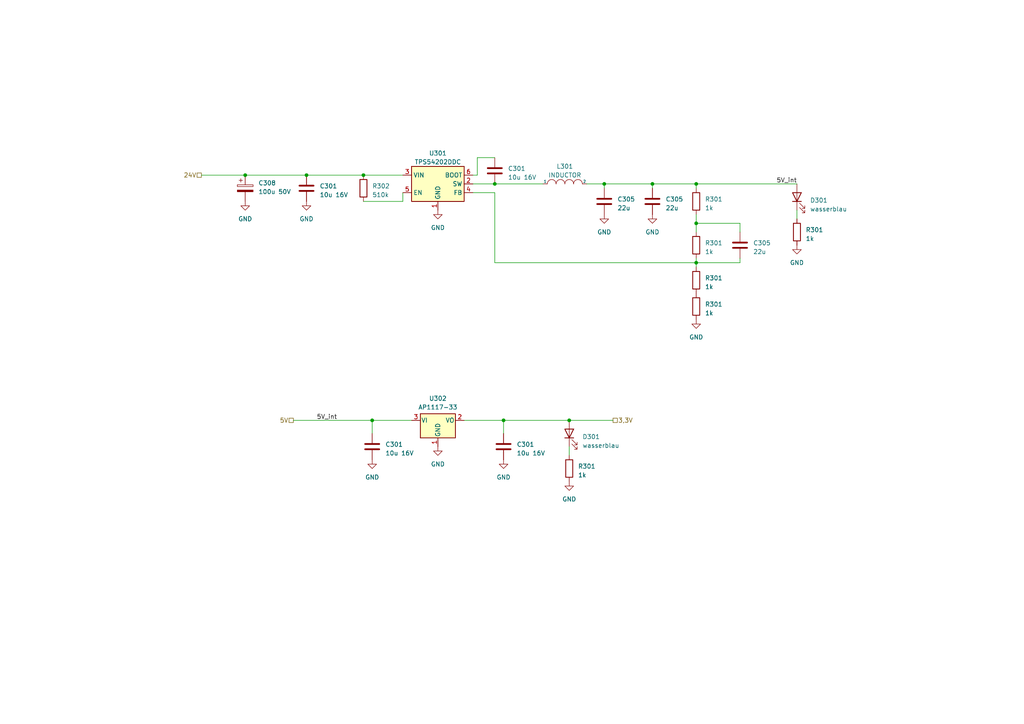
<source format=kicad_sch>
(kicad_sch (version 20220914) (generator eeschema)
  (paper "A4")
  (title_block (title "Stromversorgung der 5V und 3,3V-Komponenten") (date "2023-01-22") (rev "0.1") (company "Institut für theoretischen Igorismus") (comment 1 "Philipp Hörauf") (comment 2 "Sven Schneider"))
  (lib_symbols
    (symbol "Device:C" (pin_numbers hide) (pin_names (offset 0.254))
      (property "Reference" "C" (at 0.635 2.54 0))
      (property "Value" "C" (at 0.635 -2.54 0))
      (symbol "C_0_1"
        (polyline (pts (xy -2.032 -0.762) (xy 2.032 -0.762)) (stroke (width 0.508)))
        (polyline (pts (xy -2.032 0.762) (xy 2.032 0.762)) (stroke (width 0.508)))
      )
      (symbol "C_1_1"
        (pin passive line (at 0 3.81 270) (length 2.794) (name "~") (number "1"))
        (pin passive line (at 0 -3.81 90) (length 2.794) (name "~") (number "2"))
      )
    )
    (symbol "Device:C_Polarized" (pin_numbers hide) (pin_names (offset 0.254))
      (property "Reference" "C" (at 0.635 2.54 0))
      (property "Value" "C_Polarized" (at 0.635 -2.54 0))
      (symbol "C_Polarized_0_1"
        (rectangle (start -2.286 0.508) (end 2.286 1.016))
        (polyline (pts (xy -1.778 2.286) (xy -0.762 2.286)))
        (polyline (pts (xy -1.27 2.794) (xy -1.27 1.778)))
        (rectangle (start 2.286 -0.508) (end -2.286 -1.016) (fill (type outline)))
      )
      (symbol "C_Polarized_1_1"
        (pin passive line (at 0 3.81 270) (length 2.794) (name "~") (number "1"))
        (pin passive line (at 0 -3.81 90) (length 2.794) (name "~") (number "2"))
      )
    )
    (symbol "Device:LED" (pin_numbers hide) (pin_names (offset 1.016) hide)
      (property "Reference" "D" (at 0 2.54 0))
      (property "Value" "LED" (at 0 -2.54 0))
      (symbol "LED_0_1"
        (polyline (pts (xy -1.27 -1.27) (xy -1.27 1.27)) (stroke (width 0.254)))
        (polyline (pts (xy -1.27 0) (xy 1.27 0)))
        (polyline (pts (xy 1.27 -1.27) (xy 1.27 1.27) (xy -1.27 0) (xy 1.27 -1.27)) (stroke (width 0.254)))
        (polyline (pts (xy -3.048 -0.762) (xy -4.572 -2.286) (xy -3.81 -2.286) (xy -4.572 -2.286) (xy -4.572 -1.524)))
        (polyline (pts (xy -1.778 -0.762) (xy -3.302 -2.286) (xy -2.54 -2.286) (xy -3.302 -2.286) (xy -3.302 -1.524)))
      )
      (symbol "LED_1_1"
        (pin passive line (at -3.81 0 0) (length 2.54) (name "K") (number "1"))
        (pin passive line (at 3.81 0 180) (length 2.54) (name "A") (number "2"))
      )
    )
    (symbol "Device:R" (pin_numbers hide) (pin_names (offset 0))
      (property "Reference" "R" (at 2.032 0 90))
      (property "Value" "R" (at 0 0 90))
      (symbol "R_0_1"
        (rectangle (start -1.016 -2.54) (end 1.016 2.54) (stroke (width 0.254)))
      )
      (symbol "R_1_1"
        (pin passive line (at 0 3.81 270) (length 1.27) (name "~") (number "1"))
        (pin passive line (at 0 -3.81 90) (length 1.27) (name "~") (number "2"))
      )
    )
    (symbol "Regulator_Linear:AP1117-33" (pin_names (offset 0.254))
      (property "Reference" "U" (at -3.81 3.175 0))
      (property "Value" "AP1117-33" (at 0 3.175 0))
      (symbol "AP1117-33_0_1"
        (rectangle (start -5.08 -5.08) (end 5.08 1.905) (stroke (width 0.254)) (fill (type background)))
      )
      (symbol "AP1117-33_1_1"
        (pin power_in line (at 0 -7.62 90) (length 2.54) (name "GND") (number "1"))
        (pin power_out line (at 7.62 0 180) (length 2.54) (name "VO") (number "2"))
        (pin power_in line (at -7.62 0 0) (length 2.54) (name "VI") (number "3"))
      )
    )
    (symbol "Regulator_Switching:TPS54202DDC"
      (property "Reference" "U" (at -7.62 6.35 0))
      (property "Value" "TPS54202DDC" (at 0 6.35 0))
      (symbol "TPS54202DDC_0_1"
        (rectangle (start -7.62 5.08) (end 7.62 -5.08) (stroke (width 0.254)) (fill (type background)))
      )
      (symbol "TPS54202DDC_1_1"
        (pin power_in line (at 0 -7.62 90) (length 2.54) (name "GND") (number "1"))
        (pin power_out line (at 10.16 0 180) (length 2.54) (name "SW") (number "2"))
        (pin power_in line (at -10.16 2.54 0) (length 2.54) (name "VIN") (number "3"))
        (pin input line (at 10.16 -2.54 180) (length 2.54) (name "FB") (number "4"))
        (pin input line (at -10.16 -2.54 0) (length 2.54) (name "EN") (number "5"))
        (pin passive line (at 10.16 2.54 180) (length 2.54) (name "BOOT") (number "6"))
      )
    )
    (symbol "power:GND" (power) (pin_names (offset 0))
      (property "Value" "GND" (at 0 -3.81 0))
      (symbol "GND_0_1"
        (polyline (pts (xy 0 0) (xy 0 -1.27) (xy 1.27 -1.27) (xy 0 -2.54) (xy -1.27 -1.27) (xy 0 -1.27)))
      )
      (symbol "GND_1_1"
        (pin power_in line (at 0 0 270) (length 0) hide (name "GND") (number "1"))
      )
    )
    (symbol "pspice:INDUCTOR" (pin_numbers hide) (pin_names (offset 0))
      (property "Reference" "L" (at 0 2.54 0))
      (property "Value" "INDUCTOR" (at 0 -1.27 0))
      (symbol "INDUCTOR_0_1"
        (arc (start -2.54 0) (mid -3.81 1.27) (end -5.08 0))
        (arc (start 0 0) (mid -1.27 1.27) (end -2.54 0))
        (arc (start 2.54 0) (mid 1.27 1.27) (end 0 0))
        (arc (start 5.08 0) (mid 3.81 1.27) (end 2.54 0))
      )
      (symbol "INDUCTOR_1_1"
        (pin input line (at -6.35 0 0) (length 1.27) (name "1") (number "1"))
        (pin input line (at 6.35 0 180) (length 1.27) (name "2") (number "2"))
      )
    )
  )
  (junction (at 143.51 53.34))
  (junction (at 175.26 53.34))
  (junction (at 201.93 53.34))
  (junction (at 88.9 50.8))
  (junction (at 189.23 53.34))
  (junction (at 201.93 64.77))
  (junction (at 71.12 50.8))
  (junction (at 165.1 121.92))
  (junction (at 107.95 121.92))
  (junction (at 105.41 50.8))
  (junction (at 146.05 121.92))
  (junction (at 201.93 76.2))
  (wire (pts (xy 71.12 50.8) (xy 88.9 50.8)))
  (wire (pts (xy 214.63 67.31) (xy 214.63 64.77)))
  (wire (pts (xy 85.09 121.92) (xy 107.95 121.92)))
  (wire (pts (xy 137.16 53.34) (xy 143.51 53.34)))
  (wire (pts (xy 214.63 74.93) (xy 214.63 76.2)))
  (wire (pts (xy 231.14 60.96) (xy 231.14 63.5)))
  (wire (pts (xy 146.05 121.92) (xy 146.05 125.73)))
  (wire (pts (xy 88.9 50.8) (xy 105.41 50.8)))
  (wire (pts (xy 165.1 129.54) (xy 165.1 132.08)))
  (wire (pts (xy 137.16 50.8) (xy 138.43 50.8)))
  (wire (pts (xy 105.41 58.42) (xy 116.84 58.42)))
  (wire (pts (xy 214.63 76.2) (xy 201.93 76.2)))
  (wire (pts (xy 143.51 76.2) (xy 143.51 55.88)))
  (wire (pts (xy 138.43 50.8) (xy 138.43 45.72)))
  (wire (pts (xy 175.26 53.34) (xy 175.26 54.61)))
  (wire (pts (xy 116.84 55.88) (xy 116.84 58.42)))
  (wire (pts (xy 201.93 76.2) (xy 143.51 76.2)))
  (wire (pts (xy 143.51 53.34) (xy 157.48 53.34)))
  (wire (pts (xy 201.93 53.34) (xy 201.93 54.61)))
  (wire (pts (xy 58.42 50.8) (xy 71.12 50.8)))
  (wire (pts (xy 189.23 53.34) (xy 201.93 53.34)))
  (wire (pts (xy 105.41 50.8) (xy 116.84 50.8)))
  (wire (pts (xy 214.63 64.77) (xy 201.93 64.77)))
  (wire (pts (xy 134.62 121.92) (xy 146.05 121.92)))
  (wire (pts (xy 107.95 121.92) (xy 119.38 121.92)))
  (wire (pts (xy 201.93 53.34) (xy 231.14 53.34)))
  (wire (pts (xy 189.23 53.34) (xy 189.23 54.61)))
  (wire (pts (xy 177.8 121.92) (xy 165.1 121.92)))
  (wire (pts (xy 146.05 121.92) (xy 165.1 121.92)))
  (wire (pts (xy 143.51 55.88) (xy 137.16 55.88)))
  (wire (pts (xy 175.26 53.34) (xy 189.23 53.34)))
  (wire (pts (xy 170.18 53.34) (xy 175.26 53.34)))
  (wire (pts (xy 201.93 76.2) (xy 201.93 74.93)))
  (wire (pts (xy 201.93 64.77) (xy 201.93 67.31)))
  (wire (pts (xy 201.93 76.2) (xy 201.93 77.47)))
  (wire (pts (xy 107.95 125.73) (xy 107.95 121.92)))
  (wire (pts (xy 138.43 45.72) (xy 143.51 45.72)))
  (wire (pts (xy 201.93 62.23) (xy 201.93 64.77)))
  (label "5V_int" (at 97.79 121.92 180))
  (label "5V_int" (at 231.14 53.34 180))
  (hierarchical_label "5V" (shape passive) (at 85.09 121.92 180))
  (hierarchical_label "24V" (shape passive) (at 58.42 50.8 180))
  (hierarchical_label "3,3V" (shape passive) (at 177.8 121.92 0))
  (symbol (lib_id "Device:LED") (at 231.14 57.15 90) (unit 1)
    (default_instance (reference "D301") (unit 1) (value "wasserblau") (footprint ""))
    (property "Reference" "D301" (at 234.95 58.1025 90) (effects (justify right)))
    (property "Value" "wasserblau" (at 234.95 60.6425 90) (effects (justify right)))
  )
  (symbol (lib_id "Device:R") (at 201.93 88.9 0) (unit 1)
    (default_instance (reference "R301") (unit 1) (value "1k") (footprint ""))
    (property "Reference" "R301" (at 204.47 88.265 0) (effects (justify left)))
    (property "Value" "1k" (at 204.47 90.805 0) (effects (justify left)))
  )
  (symbol (lib_id "power:GND") (at 127 129.54 0) (unit 1)
    (default_instance (reference "#PWR?") (unit 1) (value "GND") (footprint ""))
    (property "Reference" "#PWR?" (effects hide))
    (property "Value" "GND" (at 127 134.62 0))
  )
  (symbol (lib_id "Device:C") (at 189.23 58.42 0) (unit 1)
    (default_instance (reference "C305") (unit 1) (value "22u") (footprint ""))
    (property "Reference" "C305" (at 193.04 57.785 0) (effects (justify left)))
    (property "Value" "22u" (at 193.04 60.325 0) (effects (justify left)))
  )
  (symbol (lib_id "Device:R") (at 231.14 67.31 0) (unit 1)
    (default_instance (reference "R301") (unit 1) (value "1k") (footprint ""))
    (property "Reference" "R301" (at 233.68 66.675 0) (effects (justify left)))
    (property "Value" "1k" (at 233.68 69.215 0) (effects (justify left)))
  )
  (symbol (lib_id "pspice:INDUCTOR") (at 163.83 53.34 0) (unit 1)
    (default_instance (reference "L301") (unit 1) (value "INDUCTOR") (footprint ""))
    (property "Reference" "L301" (at 163.83 48.26 0))
    (property "Value" "INDUCTOR" (at 163.83 50.8 0))
  )
  (symbol (lib_id "power:GND") (at 231.14 71.12 0) (unit 1)
    (default_instance (reference "#PWR?") (unit 1) (value "GND") (footprint ""))
    (property "Reference" "#PWR?" (effects hide))
    (property "Value" "GND" (at 231.14 76.2 0))
  )
  (symbol (lib_id "Device:C") (at 88.9 54.61 0) (unit 1)
    (default_instance (reference "C301") (unit 1) (value "10u 16V") (footprint ""))
    (property "Reference" "C301" (at 92.71 53.975 0) (effects (justify left)))
    (property "Value" "10u 16V" (at 92.71 56.515 0) (effects (justify left)))
  )
  (symbol (lib_id "Device:C") (at 214.63 71.12 0) (unit 1)
    (default_instance (reference "C305") (unit 1) (value "22u") (footprint ""))
    (property "Reference" "C305" (at 218.44 70.485 0) (effects (justify left)))
    (property "Value" "22u" (at 218.44 73.025 0) (effects (justify left)))
  )
  (symbol (lib_id "power:GND") (at 88.9 58.42 0) (unit 1)
    (default_instance (reference "#PWR?") (unit 1) (value "GND") (footprint ""))
    (property "Reference" "#PWR?" (effects hide))
    (property "Value" "GND" (at 88.9 63.5 0))
  )
  (symbol (lib_id "Device:C") (at 175.26 58.42 0) (unit 1)
    (default_instance (reference "C305") (unit 1) (value "22u") (footprint ""))
    (property "Reference" "C305" (at 179.07 57.785 0) (effects (justify left)))
    (property "Value" "22u" (at 179.07 60.325 0) (effects (justify left)))
  )
  (symbol (lib_id "Device:R") (at 201.93 58.42 0) (unit 1)
    (default_instance (reference "R301") (unit 1) (value "1k") (footprint ""))
    (property "Reference" "R301" (at 204.47 57.785 0) (effects (justify left)))
    (property "Value" "1k" (at 204.47 60.325 0) (effects (justify left)))
  )
  (symbol (lib_id "Device:LED") (at 165.1 125.73 90) (unit 1)
    (default_instance (reference "D301") (unit 1) (value "wasserblau") (footprint ""))
    (property "Reference" "D301" (at 168.91 126.6825 90) (effects (justify right)))
    (property "Value" "wasserblau" (at 168.91 129.2225 90) (effects (justify right)))
  )
  (symbol (lib_id "Device:C_Polarized") (at 71.12 54.61 0) (unit 1)
    (default_instance (reference "C308") (unit 1) (value "100u 50V") (footprint ""))
    (property "Reference" "C308" (at 74.93 53.086 0) (effects (justify left)))
    (property "Value" "100u 50V" (at 74.93 55.626 0) (effects (justify left)))
  )
  (symbol (lib_id "Device:R") (at 201.93 71.12 0) (unit 1)
    (default_instance (reference "R301") (unit 1) (value "1k") (footprint ""))
    (property "Reference" "R301" (at 204.47 70.485 0) (effects (justify left)))
    (property "Value" "1k" (at 204.47 73.025 0) (effects (justify left)))
  )
  (symbol (lib_id "Device:C") (at 146.05 129.54 0) (unit 1)
    (default_instance (reference "C301") (unit 1) (value "10u 16V") (footprint ""))
    (property "Reference" "C301" (at 149.86 128.905 0) (effects (justify left)))
    (property "Value" "10u 16V" (at 149.86 131.445 0) (effects (justify left)))
  )
  (symbol (lib_id "Device:C") (at 107.95 129.54 0) (unit 1)
    (default_instance (reference "C301") (unit 1) (value "10u 16V") (footprint ""))
    (property "Reference" "C301" (at 111.76 128.905 0) (effects (justify left)))
    (property "Value" "10u 16V" (at 111.76 131.445 0) (effects (justify left)))
  )
  (symbol (lib_id "power:GND") (at 71.12 58.42 0) (unit 1)
    (default_instance (reference "#PWR?") (unit 1) (value "GND") (footprint ""))
    (property "Reference" "#PWR?" (effects hide))
    (property "Value" "GND" (at 71.12 63.5 0))
  )
  (symbol (lib_id "Regulator_Switching:TPS54202DDC") (at 127 53.34 0) (unit 1)
    (default_instance (reference "U301") (unit 1) (value "TPS54202DDC") (footprint "Package_TO_SOT_SMD:SOT-23-6"))
    (property "Reference" "U301" (at 127 44.45 0))
    (property "Value" "TPS54202DDC" (at 127 46.99 0))
    (property "Footprint" "Package_TO_SOT_SMD:SOT-23-6" (effects hide))
    (property "Datasheet" "http://www.ti.com/lit/ds/symlink/tps54202.pdf" (effects hide))
  )
  (symbol (lib_id "Device:R") (at 105.41 54.61 0) (unit 1)
    (default_instance (reference "R302") (unit 1) (value "510k") (footprint ""))
    (property "Reference" "R302" (at 107.95 53.975 0) (effects (justify left)))
    (property "Value" "510k" (at 107.95 56.515 0) (effects (justify left)))
  )
  (symbol (lib_id "Device:R") (at 201.93 81.28 0) (unit 1)
    (default_instance (reference "R301") (unit 1) (value "1k") (footprint ""))
    (property "Reference" "R301" (at 204.47 80.645 0) (effects (justify left)))
    (property "Value" "1k" (at 204.47 83.185 0) (effects (justify left)))
  )
  (symbol (lib_id "power:GND") (at 201.93 92.71 0) (unit 1)
    (default_instance (reference "#PWR?") (unit 1) (value "GND") (footprint ""))
    (property "Reference" "#PWR?" (effects hide))
    (property "Value" "GND" (at 201.93 97.79 0))
  )
  (symbol (lib_id "power:GND") (at 165.1 139.7 0) (unit 1)
    (default_instance (reference "#PWR?") (unit 1) (value "GND") (footprint ""))
    (property "Reference" "#PWR?" (effects hide))
    (property "Value" "GND" (at 165.1 144.78 0))
  )
  (symbol (lib_id "Regulator_Linear:AP1117-33") (at 127 121.92 0) (unit 1)
    (default_instance (reference "U302") (unit 1) (value "AP1117-33") (footprint "Package_TO_SOT_SMD:SOT-223-3_TabPin2"))
    (property "Reference" "U302" (at 127 115.57 0))
    (property "Value" "AP1117-33" (at 127 118.11 0))
    (property "Footprint" "Package_TO_SOT_SMD:SOT-223-3_TabPin2" (effects hide))
    (property "Datasheet" "http://www.diodes.com/datasheets/AP1117.pdf" (effects hide))
  )
  (symbol (lib_id "power:GND") (at 146.05 133.35 0) (unit 1)
    (default_instance (reference "#PWR?") (unit 1) (value "GND") (footprint ""))
    (property "Reference" "#PWR?" (effects hide))
    (property "Value" "GND" (at 146.05 138.43 0))
  )
  (symbol (lib_id "Device:R") (at 165.1 135.89 0) (unit 1)
    (default_instance (reference "R301") (unit 1) (value "1k") (footprint ""))
    (property "Reference" "R301" (at 167.64 135.255 0) (effects (justify left)))
    (property "Value" "1k" (at 167.64 137.795 0) (effects (justify left)))
  )
  (symbol (lib_id "power:GND") (at 107.95 133.35 0) (unit 1)
    (default_instance (reference "#PWR?") (unit 1) (value "GND") (footprint ""))
    (property "Reference" "#PWR?" (effects hide))
    (property "Value" "GND" (at 107.95 138.43 0))
  )
  (symbol (lib_id "power:GND") (at 127 60.96 0) (unit 1)
    (default_instance (reference "#PWR?") (unit 1) (value "GND") (footprint ""))
    (property "Reference" "#PWR?" (effects hide))
    (property "Value" "GND" (at 127 66.04 0))
  )
  (symbol (lib_id "power:GND") (at 189.23 62.23 0) (unit 1)
    (default_instance (reference "#PWR?") (unit 1) (value "GND") (footprint ""))
    (property "Reference" "#PWR?" (effects hide))
    (property "Value" "GND" (at 189.23 67.31 0))
  )
  (symbol (lib_id "Device:C") (at 143.51 49.53 0) (unit 1)
    (default_instance (reference "C301") (unit 1) (value "10u 16V") (footprint ""))
    (property "Reference" "C301" (at 147.32 48.895 0) (effects (justify left)))
    (property "Value" "10u 16V" (at 147.32 51.435 0) (effects (justify left)))
  )
  (symbol (lib_id "power:GND") (at 175.26 62.23 0) (unit 1)
    (default_instance (reference "#PWR?") (unit 1) (value "GND") (footprint ""))
    (property "Reference" "#PWR?" (effects hide))
    (property "Value" "GND" (at 175.26 67.31 0))
  )
)
</source>
